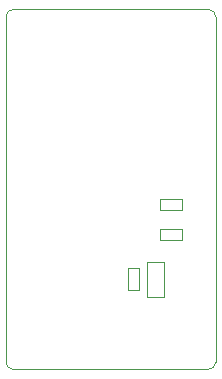
<source format=gbr>
%TF.GenerationSoftware,KiCad,Pcbnew,5.1.7+dfsg1-1~bpo10+1*%
%TF.CreationDate,Date%
%TF.ProjectId,ProMicro_TEST,50726f4d-6963-4726-9f5f-544553542e6b,v1.0*%
%TF.SameCoordinates,Original*%
%TF.FileFunction,Other,User*%
%FSLAX45Y45*%
G04 Gerber Fmt 4.5, Leading zero omitted, Abs format (unit mm)*
G04 Created by KiCad*
%MOMM*%
%LPD*%
G01*
G04 APERTURE LIST*
%TA.AperFunction,Profile*%
%ADD10C,0.100000*%
%TD*%
%ADD11C,0.050000*%
G04 APERTURE END LIST*
D10*
X127000Y2857500D02*
X127000Y-63500D01*
X-1651000Y-63500D02*
X-1651000Y2857500D01*
X-1587500Y-127000D02*
G75*
G02*
X-1651000Y-63500I0J63500D01*
G01*
X127000Y-63500D02*
G75*
G02*
X63500Y-127000I-63500J0D01*
G01*
X63500Y2921000D02*
G75*
G02*
X127000Y2857500I0J-63500D01*
G01*
X-1651000Y2857500D02*
G75*
G02*
X-1587500Y2921000I63500J0D01*
G01*
X63500Y-127000D02*
X-1587500Y-127000D01*
X-1587500Y2921000D02*
X63500Y2921000D01*
D11*
X-161000Y969000D02*
X-161000Y1063000D01*
X-161000Y1063000D02*
X-347000Y1063000D01*
X-347000Y1063000D02*
X-347000Y969000D01*
X-347000Y969000D02*
X-161000Y969000D01*
X-161000Y1223000D02*
X-161000Y1317000D01*
X-161000Y1317000D02*
X-347000Y1317000D01*
X-347000Y1317000D02*
X-347000Y1223000D01*
X-347000Y1223000D02*
X-161000Y1223000D01*
X-308000Y783000D02*
X-454000Y783000D01*
X-454000Y783000D02*
X-454000Y487000D01*
X-454000Y487000D02*
X-308000Y487000D01*
X-308000Y487000D02*
X-308000Y783000D01*
X-524500Y728000D02*
X-618500Y728000D01*
X-618500Y728000D02*
X-618500Y542000D01*
X-618500Y542000D02*
X-524500Y542000D01*
X-524500Y542000D02*
X-524500Y728000D01*
M02*

</source>
